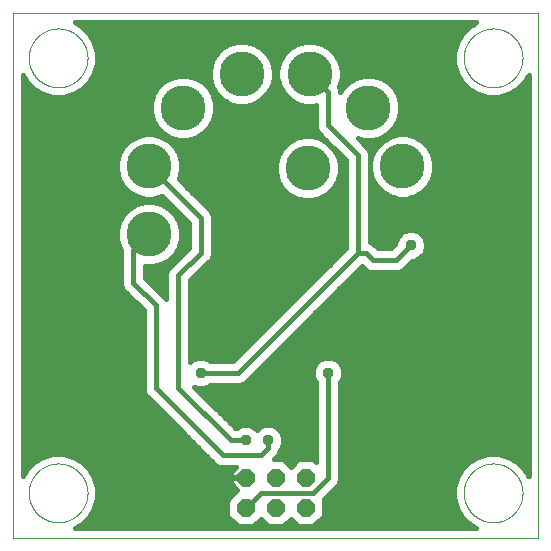
<source format=gbl>
G75*
%MOIN*%
%OFA0B0*%
%FSLAX25Y25*%
%IPPOS*%
%LPD*%
%AMOC8*
5,1,8,0,0,1.08239X$1,22.5*
%
%ADD10C,0.00000*%
%ADD11OC8,0.06000*%
%ADD12C,0.15000*%
%ADD13C,0.01600*%
%ADD14C,0.03762*%
D10*
X0001800Y0023933D02*
X0001800Y0198933D01*
X0176800Y0198933D01*
X0176800Y0023933D01*
X0001800Y0023933D01*
X0007000Y0038933D02*
X0007003Y0039174D01*
X0007012Y0039414D01*
X0007027Y0039654D01*
X0007047Y0039894D01*
X0007074Y0040133D01*
X0007106Y0040371D01*
X0007144Y0040608D01*
X0007188Y0040845D01*
X0007238Y0041080D01*
X0007294Y0041314D01*
X0007355Y0041547D01*
X0007422Y0041778D01*
X0007495Y0042007D01*
X0007573Y0042235D01*
X0007657Y0042460D01*
X0007746Y0042683D01*
X0007841Y0042904D01*
X0007941Y0043123D01*
X0008046Y0043339D01*
X0008157Y0043553D01*
X0008273Y0043763D01*
X0008394Y0043971D01*
X0008520Y0044176D01*
X0008652Y0044378D01*
X0008788Y0044576D01*
X0008929Y0044771D01*
X0009074Y0044962D01*
X0009224Y0045150D01*
X0009379Y0045334D01*
X0009539Y0045514D01*
X0009702Y0045690D01*
X0009870Y0045863D01*
X0010043Y0046031D01*
X0010219Y0046194D01*
X0010399Y0046354D01*
X0010583Y0046509D01*
X0010771Y0046659D01*
X0010962Y0046804D01*
X0011157Y0046945D01*
X0011355Y0047081D01*
X0011557Y0047213D01*
X0011762Y0047339D01*
X0011970Y0047460D01*
X0012180Y0047576D01*
X0012394Y0047687D01*
X0012610Y0047792D01*
X0012829Y0047892D01*
X0013050Y0047987D01*
X0013273Y0048076D01*
X0013498Y0048160D01*
X0013726Y0048238D01*
X0013955Y0048311D01*
X0014186Y0048378D01*
X0014419Y0048439D01*
X0014653Y0048495D01*
X0014888Y0048545D01*
X0015125Y0048589D01*
X0015362Y0048627D01*
X0015600Y0048659D01*
X0015839Y0048686D01*
X0016079Y0048706D01*
X0016319Y0048721D01*
X0016559Y0048730D01*
X0016800Y0048733D01*
X0017041Y0048730D01*
X0017281Y0048721D01*
X0017521Y0048706D01*
X0017761Y0048686D01*
X0018000Y0048659D01*
X0018238Y0048627D01*
X0018475Y0048589D01*
X0018712Y0048545D01*
X0018947Y0048495D01*
X0019181Y0048439D01*
X0019414Y0048378D01*
X0019645Y0048311D01*
X0019874Y0048238D01*
X0020102Y0048160D01*
X0020327Y0048076D01*
X0020550Y0047987D01*
X0020771Y0047892D01*
X0020990Y0047792D01*
X0021206Y0047687D01*
X0021420Y0047576D01*
X0021630Y0047460D01*
X0021838Y0047339D01*
X0022043Y0047213D01*
X0022245Y0047081D01*
X0022443Y0046945D01*
X0022638Y0046804D01*
X0022829Y0046659D01*
X0023017Y0046509D01*
X0023201Y0046354D01*
X0023381Y0046194D01*
X0023557Y0046031D01*
X0023730Y0045863D01*
X0023898Y0045690D01*
X0024061Y0045514D01*
X0024221Y0045334D01*
X0024376Y0045150D01*
X0024526Y0044962D01*
X0024671Y0044771D01*
X0024812Y0044576D01*
X0024948Y0044378D01*
X0025080Y0044176D01*
X0025206Y0043971D01*
X0025327Y0043763D01*
X0025443Y0043553D01*
X0025554Y0043339D01*
X0025659Y0043123D01*
X0025759Y0042904D01*
X0025854Y0042683D01*
X0025943Y0042460D01*
X0026027Y0042235D01*
X0026105Y0042007D01*
X0026178Y0041778D01*
X0026245Y0041547D01*
X0026306Y0041314D01*
X0026362Y0041080D01*
X0026412Y0040845D01*
X0026456Y0040608D01*
X0026494Y0040371D01*
X0026526Y0040133D01*
X0026553Y0039894D01*
X0026573Y0039654D01*
X0026588Y0039414D01*
X0026597Y0039174D01*
X0026600Y0038933D01*
X0026597Y0038692D01*
X0026588Y0038452D01*
X0026573Y0038212D01*
X0026553Y0037972D01*
X0026526Y0037733D01*
X0026494Y0037495D01*
X0026456Y0037258D01*
X0026412Y0037021D01*
X0026362Y0036786D01*
X0026306Y0036552D01*
X0026245Y0036319D01*
X0026178Y0036088D01*
X0026105Y0035859D01*
X0026027Y0035631D01*
X0025943Y0035406D01*
X0025854Y0035183D01*
X0025759Y0034962D01*
X0025659Y0034743D01*
X0025554Y0034527D01*
X0025443Y0034313D01*
X0025327Y0034103D01*
X0025206Y0033895D01*
X0025080Y0033690D01*
X0024948Y0033488D01*
X0024812Y0033290D01*
X0024671Y0033095D01*
X0024526Y0032904D01*
X0024376Y0032716D01*
X0024221Y0032532D01*
X0024061Y0032352D01*
X0023898Y0032176D01*
X0023730Y0032003D01*
X0023557Y0031835D01*
X0023381Y0031672D01*
X0023201Y0031512D01*
X0023017Y0031357D01*
X0022829Y0031207D01*
X0022638Y0031062D01*
X0022443Y0030921D01*
X0022245Y0030785D01*
X0022043Y0030653D01*
X0021838Y0030527D01*
X0021630Y0030406D01*
X0021420Y0030290D01*
X0021206Y0030179D01*
X0020990Y0030074D01*
X0020771Y0029974D01*
X0020550Y0029879D01*
X0020327Y0029790D01*
X0020102Y0029706D01*
X0019874Y0029628D01*
X0019645Y0029555D01*
X0019414Y0029488D01*
X0019181Y0029427D01*
X0018947Y0029371D01*
X0018712Y0029321D01*
X0018475Y0029277D01*
X0018238Y0029239D01*
X0018000Y0029207D01*
X0017761Y0029180D01*
X0017521Y0029160D01*
X0017281Y0029145D01*
X0017041Y0029136D01*
X0016800Y0029133D01*
X0016559Y0029136D01*
X0016319Y0029145D01*
X0016079Y0029160D01*
X0015839Y0029180D01*
X0015600Y0029207D01*
X0015362Y0029239D01*
X0015125Y0029277D01*
X0014888Y0029321D01*
X0014653Y0029371D01*
X0014419Y0029427D01*
X0014186Y0029488D01*
X0013955Y0029555D01*
X0013726Y0029628D01*
X0013498Y0029706D01*
X0013273Y0029790D01*
X0013050Y0029879D01*
X0012829Y0029974D01*
X0012610Y0030074D01*
X0012394Y0030179D01*
X0012180Y0030290D01*
X0011970Y0030406D01*
X0011762Y0030527D01*
X0011557Y0030653D01*
X0011355Y0030785D01*
X0011157Y0030921D01*
X0010962Y0031062D01*
X0010771Y0031207D01*
X0010583Y0031357D01*
X0010399Y0031512D01*
X0010219Y0031672D01*
X0010043Y0031835D01*
X0009870Y0032003D01*
X0009702Y0032176D01*
X0009539Y0032352D01*
X0009379Y0032532D01*
X0009224Y0032716D01*
X0009074Y0032904D01*
X0008929Y0033095D01*
X0008788Y0033290D01*
X0008652Y0033488D01*
X0008520Y0033690D01*
X0008394Y0033895D01*
X0008273Y0034103D01*
X0008157Y0034313D01*
X0008046Y0034527D01*
X0007941Y0034743D01*
X0007841Y0034962D01*
X0007746Y0035183D01*
X0007657Y0035406D01*
X0007573Y0035631D01*
X0007495Y0035859D01*
X0007422Y0036088D01*
X0007355Y0036319D01*
X0007294Y0036552D01*
X0007238Y0036786D01*
X0007188Y0037021D01*
X0007144Y0037258D01*
X0007106Y0037495D01*
X0007074Y0037733D01*
X0007047Y0037972D01*
X0007027Y0038212D01*
X0007012Y0038452D01*
X0007003Y0038692D01*
X0007000Y0038933D01*
X0007000Y0183933D02*
X0007003Y0184174D01*
X0007012Y0184414D01*
X0007027Y0184654D01*
X0007047Y0184894D01*
X0007074Y0185133D01*
X0007106Y0185371D01*
X0007144Y0185608D01*
X0007188Y0185845D01*
X0007238Y0186080D01*
X0007294Y0186314D01*
X0007355Y0186547D01*
X0007422Y0186778D01*
X0007495Y0187007D01*
X0007573Y0187235D01*
X0007657Y0187460D01*
X0007746Y0187683D01*
X0007841Y0187904D01*
X0007941Y0188123D01*
X0008046Y0188339D01*
X0008157Y0188553D01*
X0008273Y0188763D01*
X0008394Y0188971D01*
X0008520Y0189176D01*
X0008652Y0189378D01*
X0008788Y0189576D01*
X0008929Y0189771D01*
X0009074Y0189962D01*
X0009224Y0190150D01*
X0009379Y0190334D01*
X0009539Y0190514D01*
X0009702Y0190690D01*
X0009870Y0190863D01*
X0010043Y0191031D01*
X0010219Y0191194D01*
X0010399Y0191354D01*
X0010583Y0191509D01*
X0010771Y0191659D01*
X0010962Y0191804D01*
X0011157Y0191945D01*
X0011355Y0192081D01*
X0011557Y0192213D01*
X0011762Y0192339D01*
X0011970Y0192460D01*
X0012180Y0192576D01*
X0012394Y0192687D01*
X0012610Y0192792D01*
X0012829Y0192892D01*
X0013050Y0192987D01*
X0013273Y0193076D01*
X0013498Y0193160D01*
X0013726Y0193238D01*
X0013955Y0193311D01*
X0014186Y0193378D01*
X0014419Y0193439D01*
X0014653Y0193495D01*
X0014888Y0193545D01*
X0015125Y0193589D01*
X0015362Y0193627D01*
X0015600Y0193659D01*
X0015839Y0193686D01*
X0016079Y0193706D01*
X0016319Y0193721D01*
X0016559Y0193730D01*
X0016800Y0193733D01*
X0017041Y0193730D01*
X0017281Y0193721D01*
X0017521Y0193706D01*
X0017761Y0193686D01*
X0018000Y0193659D01*
X0018238Y0193627D01*
X0018475Y0193589D01*
X0018712Y0193545D01*
X0018947Y0193495D01*
X0019181Y0193439D01*
X0019414Y0193378D01*
X0019645Y0193311D01*
X0019874Y0193238D01*
X0020102Y0193160D01*
X0020327Y0193076D01*
X0020550Y0192987D01*
X0020771Y0192892D01*
X0020990Y0192792D01*
X0021206Y0192687D01*
X0021420Y0192576D01*
X0021630Y0192460D01*
X0021838Y0192339D01*
X0022043Y0192213D01*
X0022245Y0192081D01*
X0022443Y0191945D01*
X0022638Y0191804D01*
X0022829Y0191659D01*
X0023017Y0191509D01*
X0023201Y0191354D01*
X0023381Y0191194D01*
X0023557Y0191031D01*
X0023730Y0190863D01*
X0023898Y0190690D01*
X0024061Y0190514D01*
X0024221Y0190334D01*
X0024376Y0190150D01*
X0024526Y0189962D01*
X0024671Y0189771D01*
X0024812Y0189576D01*
X0024948Y0189378D01*
X0025080Y0189176D01*
X0025206Y0188971D01*
X0025327Y0188763D01*
X0025443Y0188553D01*
X0025554Y0188339D01*
X0025659Y0188123D01*
X0025759Y0187904D01*
X0025854Y0187683D01*
X0025943Y0187460D01*
X0026027Y0187235D01*
X0026105Y0187007D01*
X0026178Y0186778D01*
X0026245Y0186547D01*
X0026306Y0186314D01*
X0026362Y0186080D01*
X0026412Y0185845D01*
X0026456Y0185608D01*
X0026494Y0185371D01*
X0026526Y0185133D01*
X0026553Y0184894D01*
X0026573Y0184654D01*
X0026588Y0184414D01*
X0026597Y0184174D01*
X0026600Y0183933D01*
X0026597Y0183692D01*
X0026588Y0183452D01*
X0026573Y0183212D01*
X0026553Y0182972D01*
X0026526Y0182733D01*
X0026494Y0182495D01*
X0026456Y0182258D01*
X0026412Y0182021D01*
X0026362Y0181786D01*
X0026306Y0181552D01*
X0026245Y0181319D01*
X0026178Y0181088D01*
X0026105Y0180859D01*
X0026027Y0180631D01*
X0025943Y0180406D01*
X0025854Y0180183D01*
X0025759Y0179962D01*
X0025659Y0179743D01*
X0025554Y0179527D01*
X0025443Y0179313D01*
X0025327Y0179103D01*
X0025206Y0178895D01*
X0025080Y0178690D01*
X0024948Y0178488D01*
X0024812Y0178290D01*
X0024671Y0178095D01*
X0024526Y0177904D01*
X0024376Y0177716D01*
X0024221Y0177532D01*
X0024061Y0177352D01*
X0023898Y0177176D01*
X0023730Y0177003D01*
X0023557Y0176835D01*
X0023381Y0176672D01*
X0023201Y0176512D01*
X0023017Y0176357D01*
X0022829Y0176207D01*
X0022638Y0176062D01*
X0022443Y0175921D01*
X0022245Y0175785D01*
X0022043Y0175653D01*
X0021838Y0175527D01*
X0021630Y0175406D01*
X0021420Y0175290D01*
X0021206Y0175179D01*
X0020990Y0175074D01*
X0020771Y0174974D01*
X0020550Y0174879D01*
X0020327Y0174790D01*
X0020102Y0174706D01*
X0019874Y0174628D01*
X0019645Y0174555D01*
X0019414Y0174488D01*
X0019181Y0174427D01*
X0018947Y0174371D01*
X0018712Y0174321D01*
X0018475Y0174277D01*
X0018238Y0174239D01*
X0018000Y0174207D01*
X0017761Y0174180D01*
X0017521Y0174160D01*
X0017281Y0174145D01*
X0017041Y0174136D01*
X0016800Y0174133D01*
X0016559Y0174136D01*
X0016319Y0174145D01*
X0016079Y0174160D01*
X0015839Y0174180D01*
X0015600Y0174207D01*
X0015362Y0174239D01*
X0015125Y0174277D01*
X0014888Y0174321D01*
X0014653Y0174371D01*
X0014419Y0174427D01*
X0014186Y0174488D01*
X0013955Y0174555D01*
X0013726Y0174628D01*
X0013498Y0174706D01*
X0013273Y0174790D01*
X0013050Y0174879D01*
X0012829Y0174974D01*
X0012610Y0175074D01*
X0012394Y0175179D01*
X0012180Y0175290D01*
X0011970Y0175406D01*
X0011762Y0175527D01*
X0011557Y0175653D01*
X0011355Y0175785D01*
X0011157Y0175921D01*
X0010962Y0176062D01*
X0010771Y0176207D01*
X0010583Y0176357D01*
X0010399Y0176512D01*
X0010219Y0176672D01*
X0010043Y0176835D01*
X0009870Y0177003D01*
X0009702Y0177176D01*
X0009539Y0177352D01*
X0009379Y0177532D01*
X0009224Y0177716D01*
X0009074Y0177904D01*
X0008929Y0178095D01*
X0008788Y0178290D01*
X0008652Y0178488D01*
X0008520Y0178690D01*
X0008394Y0178895D01*
X0008273Y0179103D01*
X0008157Y0179313D01*
X0008046Y0179527D01*
X0007941Y0179743D01*
X0007841Y0179962D01*
X0007746Y0180183D01*
X0007657Y0180406D01*
X0007573Y0180631D01*
X0007495Y0180859D01*
X0007422Y0181088D01*
X0007355Y0181319D01*
X0007294Y0181552D01*
X0007238Y0181786D01*
X0007188Y0182021D01*
X0007144Y0182258D01*
X0007106Y0182495D01*
X0007074Y0182733D01*
X0007047Y0182972D01*
X0007027Y0183212D01*
X0007012Y0183452D01*
X0007003Y0183692D01*
X0007000Y0183933D01*
X0152000Y0183933D02*
X0152003Y0184174D01*
X0152012Y0184414D01*
X0152027Y0184654D01*
X0152047Y0184894D01*
X0152074Y0185133D01*
X0152106Y0185371D01*
X0152144Y0185608D01*
X0152188Y0185845D01*
X0152238Y0186080D01*
X0152294Y0186314D01*
X0152355Y0186547D01*
X0152422Y0186778D01*
X0152495Y0187007D01*
X0152573Y0187235D01*
X0152657Y0187460D01*
X0152746Y0187683D01*
X0152841Y0187904D01*
X0152941Y0188123D01*
X0153046Y0188339D01*
X0153157Y0188553D01*
X0153273Y0188763D01*
X0153394Y0188971D01*
X0153520Y0189176D01*
X0153652Y0189378D01*
X0153788Y0189576D01*
X0153929Y0189771D01*
X0154074Y0189962D01*
X0154224Y0190150D01*
X0154379Y0190334D01*
X0154539Y0190514D01*
X0154702Y0190690D01*
X0154870Y0190863D01*
X0155043Y0191031D01*
X0155219Y0191194D01*
X0155399Y0191354D01*
X0155583Y0191509D01*
X0155771Y0191659D01*
X0155962Y0191804D01*
X0156157Y0191945D01*
X0156355Y0192081D01*
X0156557Y0192213D01*
X0156762Y0192339D01*
X0156970Y0192460D01*
X0157180Y0192576D01*
X0157394Y0192687D01*
X0157610Y0192792D01*
X0157829Y0192892D01*
X0158050Y0192987D01*
X0158273Y0193076D01*
X0158498Y0193160D01*
X0158726Y0193238D01*
X0158955Y0193311D01*
X0159186Y0193378D01*
X0159419Y0193439D01*
X0159653Y0193495D01*
X0159888Y0193545D01*
X0160125Y0193589D01*
X0160362Y0193627D01*
X0160600Y0193659D01*
X0160839Y0193686D01*
X0161079Y0193706D01*
X0161319Y0193721D01*
X0161559Y0193730D01*
X0161800Y0193733D01*
X0162041Y0193730D01*
X0162281Y0193721D01*
X0162521Y0193706D01*
X0162761Y0193686D01*
X0163000Y0193659D01*
X0163238Y0193627D01*
X0163475Y0193589D01*
X0163712Y0193545D01*
X0163947Y0193495D01*
X0164181Y0193439D01*
X0164414Y0193378D01*
X0164645Y0193311D01*
X0164874Y0193238D01*
X0165102Y0193160D01*
X0165327Y0193076D01*
X0165550Y0192987D01*
X0165771Y0192892D01*
X0165990Y0192792D01*
X0166206Y0192687D01*
X0166420Y0192576D01*
X0166630Y0192460D01*
X0166838Y0192339D01*
X0167043Y0192213D01*
X0167245Y0192081D01*
X0167443Y0191945D01*
X0167638Y0191804D01*
X0167829Y0191659D01*
X0168017Y0191509D01*
X0168201Y0191354D01*
X0168381Y0191194D01*
X0168557Y0191031D01*
X0168730Y0190863D01*
X0168898Y0190690D01*
X0169061Y0190514D01*
X0169221Y0190334D01*
X0169376Y0190150D01*
X0169526Y0189962D01*
X0169671Y0189771D01*
X0169812Y0189576D01*
X0169948Y0189378D01*
X0170080Y0189176D01*
X0170206Y0188971D01*
X0170327Y0188763D01*
X0170443Y0188553D01*
X0170554Y0188339D01*
X0170659Y0188123D01*
X0170759Y0187904D01*
X0170854Y0187683D01*
X0170943Y0187460D01*
X0171027Y0187235D01*
X0171105Y0187007D01*
X0171178Y0186778D01*
X0171245Y0186547D01*
X0171306Y0186314D01*
X0171362Y0186080D01*
X0171412Y0185845D01*
X0171456Y0185608D01*
X0171494Y0185371D01*
X0171526Y0185133D01*
X0171553Y0184894D01*
X0171573Y0184654D01*
X0171588Y0184414D01*
X0171597Y0184174D01*
X0171600Y0183933D01*
X0171597Y0183692D01*
X0171588Y0183452D01*
X0171573Y0183212D01*
X0171553Y0182972D01*
X0171526Y0182733D01*
X0171494Y0182495D01*
X0171456Y0182258D01*
X0171412Y0182021D01*
X0171362Y0181786D01*
X0171306Y0181552D01*
X0171245Y0181319D01*
X0171178Y0181088D01*
X0171105Y0180859D01*
X0171027Y0180631D01*
X0170943Y0180406D01*
X0170854Y0180183D01*
X0170759Y0179962D01*
X0170659Y0179743D01*
X0170554Y0179527D01*
X0170443Y0179313D01*
X0170327Y0179103D01*
X0170206Y0178895D01*
X0170080Y0178690D01*
X0169948Y0178488D01*
X0169812Y0178290D01*
X0169671Y0178095D01*
X0169526Y0177904D01*
X0169376Y0177716D01*
X0169221Y0177532D01*
X0169061Y0177352D01*
X0168898Y0177176D01*
X0168730Y0177003D01*
X0168557Y0176835D01*
X0168381Y0176672D01*
X0168201Y0176512D01*
X0168017Y0176357D01*
X0167829Y0176207D01*
X0167638Y0176062D01*
X0167443Y0175921D01*
X0167245Y0175785D01*
X0167043Y0175653D01*
X0166838Y0175527D01*
X0166630Y0175406D01*
X0166420Y0175290D01*
X0166206Y0175179D01*
X0165990Y0175074D01*
X0165771Y0174974D01*
X0165550Y0174879D01*
X0165327Y0174790D01*
X0165102Y0174706D01*
X0164874Y0174628D01*
X0164645Y0174555D01*
X0164414Y0174488D01*
X0164181Y0174427D01*
X0163947Y0174371D01*
X0163712Y0174321D01*
X0163475Y0174277D01*
X0163238Y0174239D01*
X0163000Y0174207D01*
X0162761Y0174180D01*
X0162521Y0174160D01*
X0162281Y0174145D01*
X0162041Y0174136D01*
X0161800Y0174133D01*
X0161559Y0174136D01*
X0161319Y0174145D01*
X0161079Y0174160D01*
X0160839Y0174180D01*
X0160600Y0174207D01*
X0160362Y0174239D01*
X0160125Y0174277D01*
X0159888Y0174321D01*
X0159653Y0174371D01*
X0159419Y0174427D01*
X0159186Y0174488D01*
X0158955Y0174555D01*
X0158726Y0174628D01*
X0158498Y0174706D01*
X0158273Y0174790D01*
X0158050Y0174879D01*
X0157829Y0174974D01*
X0157610Y0175074D01*
X0157394Y0175179D01*
X0157180Y0175290D01*
X0156970Y0175406D01*
X0156762Y0175527D01*
X0156557Y0175653D01*
X0156355Y0175785D01*
X0156157Y0175921D01*
X0155962Y0176062D01*
X0155771Y0176207D01*
X0155583Y0176357D01*
X0155399Y0176512D01*
X0155219Y0176672D01*
X0155043Y0176835D01*
X0154870Y0177003D01*
X0154702Y0177176D01*
X0154539Y0177352D01*
X0154379Y0177532D01*
X0154224Y0177716D01*
X0154074Y0177904D01*
X0153929Y0178095D01*
X0153788Y0178290D01*
X0153652Y0178488D01*
X0153520Y0178690D01*
X0153394Y0178895D01*
X0153273Y0179103D01*
X0153157Y0179313D01*
X0153046Y0179527D01*
X0152941Y0179743D01*
X0152841Y0179962D01*
X0152746Y0180183D01*
X0152657Y0180406D01*
X0152573Y0180631D01*
X0152495Y0180859D01*
X0152422Y0181088D01*
X0152355Y0181319D01*
X0152294Y0181552D01*
X0152238Y0181786D01*
X0152188Y0182021D01*
X0152144Y0182258D01*
X0152106Y0182495D01*
X0152074Y0182733D01*
X0152047Y0182972D01*
X0152027Y0183212D01*
X0152012Y0183452D01*
X0152003Y0183692D01*
X0152000Y0183933D01*
X0152000Y0038933D02*
X0152003Y0039174D01*
X0152012Y0039414D01*
X0152027Y0039654D01*
X0152047Y0039894D01*
X0152074Y0040133D01*
X0152106Y0040371D01*
X0152144Y0040608D01*
X0152188Y0040845D01*
X0152238Y0041080D01*
X0152294Y0041314D01*
X0152355Y0041547D01*
X0152422Y0041778D01*
X0152495Y0042007D01*
X0152573Y0042235D01*
X0152657Y0042460D01*
X0152746Y0042683D01*
X0152841Y0042904D01*
X0152941Y0043123D01*
X0153046Y0043339D01*
X0153157Y0043553D01*
X0153273Y0043763D01*
X0153394Y0043971D01*
X0153520Y0044176D01*
X0153652Y0044378D01*
X0153788Y0044576D01*
X0153929Y0044771D01*
X0154074Y0044962D01*
X0154224Y0045150D01*
X0154379Y0045334D01*
X0154539Y0045514D01*
X0154702Y0045690D01*
X0154870Y0045863D01*
X0155043Y0046031D01*
X0155219Y0046194D01*
X0155399Y0046354D01*
X0155583Y0046509D01*
X0155771Y0046659D01*
X0155962Y0046804D01*
X0156157Y0046945D01*
X0156355Y0047081D01*
X0156557Y0047213D01*
X0156762Y0047339D01*
X0156970Y0047460D01*
X0157180Y0047576D01*
X0157394Y0047687D01*
X0157610Y0047792D01*
X0157829Y0047892D01*
X0158050Y0047987D01*
X0158273Y0048076D01*
X0158498Y0048160D01*
X0158726Y0048238D01*
X0158955Y0048311D01*
X0159186Y0048378D01*
X0159419Y0048439D01*
X0159653Y0048495D01*
X0159888Y0048545D01*
X0160125Y0048589D01*
X0160362Y0048627D01*
X0160600Y0048659D01*
X0160839Y0048686D01*
X0161079Y0048706D01*
X0161319Y0048721D01*
X0161559Y0048730D01*
X0161800Y0048733D01*
X0162041Y0048730D01*
X0162281Y0048721D01*
X0162521Y0048706D01*
X0162761Y0048686D01*
X0163000Y0048659D01*
X0163238Y0048627D01*
X0163475Y0048589D01*
X0163712Y0048545D01*
X0163947Y0048495D01*
X0164181Y0048439D01*
X0164414Y0048378D01*
X0164645Y0048311D01*
X0164874Y0048238D01*
X0165102Y0048160D01*
X0165327Y0048076D01*
X0165550Y0047987D01*
X0165771Y0047892D01*
X0165990Y0047792D01*
X0166206Y0047687D01*
X0166420Y0047576D01*
X0166630Y0047460D01*
X0166838Y0047339D01*
X0167043Y0047213D01*
X0167245Y0047081D01*
X0167443Y0046945D01*
X0167638Y0046804D01*
X0167829Y0046659D01*
X0168017Y0046509D01*
X0168201Y0046354D01*
X0168381Y0046194D01*
X0168557Y0046031D01*
X0168730Y0045863D01*
X0168898Y0045690D01*
X0169061Y0045514D01*
X0169221Y0045334D01*
X0169376Y0045150D01*
X0169526Y0044962D01*
X0169671Y0044771D01*
X0169812Y0044576D01*
X0169948Y0044378D01*
X0170080Y0044176D01*
X0170206Y0043971D01*
X0170327Y0043763D01*
X0170443Y0043553D01*
X0170554Y0043339D01*
X0170659Y0043123D01*
X0170759Y0042904D01*
X0170854Y0042683D01*
X0170943Y0042460D01*
X0171027Y0042235D01*
X0171105Y0042007D01*
X0171178Y0041778D01*
X0171245Y0041547D01*
X0171306Y0041314D01*
X0171362Y0041080D01*
X0171412Y0040845D01*
X0171456Y0040608D01*
X0171494Y0040371D01*
X0171526Y0040133D01*
X0171553Y0039894D01*
X0171573Y0039654D01*
X0171588Y0039414D01*
X0171597Y0039174D01*
X0171600Y0038933D01*
X0171597Y0038692D01*
X0171588Y0038452D01*
X0171573Y0038212D01*
X0171553Y0037972D01*
X0171526Y0037733D01*
X0171494Y0037495D01*
X0171456Y0037258D01*
X0171412Y0037021D01*
X0171362Y0036786D01*
X0171306Y0036552D01*
X0171245Y0036319D01*
X0171178Y0036088D01*
X0171105Y0035859D01*
X0171027Y0035631D01*
X0170943Y0035406D01*
X0170854Y0035183D01*
X0170759Y0034962D01*
X0170659Y0034743D01*
X0170554Y0034527D01*
X0170443Y0034313D01*
X0170327Y0034103D01*
X0170206Y0033895D01*
X0170080Y0033690D01*
X0169948Y0033488D01*
X0169812Y0033290D01*
X0169671Y0033095D01*
X0169526Y0032904D01*
X0169376Y0032716D01*
X0169221Y0032532D01*
X0169061Y0032352D01*
X0168898Y0032176D01*
X0168730Y0032003D01*
X0168557Y0031835D01*
X0168381Y0031672D01*
X0168201Y0031512D01*
X0168017Y0031357D01*
X0167829Y0031207D01*
X0167638Y0031062D01*
X0167443Y0030921D01*
X0167245Y0030785D01*
X0167043Y0030653D01*
X0166838Y0030527D01*
X0166630Y0030406D01*
X0166420Y0030290D01*
X0166206Y0030179D01*
X0165990Y0030074D01*
X0165771Y0029974D01*
X0165550Y0029879D01*
X0165327Y0029790D01*
X0165102Y0029706D01*
X0164874Y0029628D01*
X0164645Y0029555D01*
X0164414Y0029488D01*
X0164181Y0029427D01*
X0163947Y0029371D01*
X0163712Y0029321D01*
X0163475Y0029277D01*
X0163238Y0029239D01*
X0163000Y0029207D01*
X0162761Y0029180D01*
X0162521Y0029160D01*
X0162281Y0029145D01*
X0162041Y0029136D01*
X0161800Y0029133D01*
X0161559Y0029136D01*
X0161319Y0029145D01*
X0161079Y0029160D01*
X0160839Y0029180D01*
X0160600Y0029207D01*
X0160362Y0029239D01*
X0160125Y0029277D01*
X0159888Y0029321D01*
X0159653Y0029371D01*
X0159419Y0029427D01*
X0159186Y0029488D01*
X0158955Y0029555D01*
X0158726Y0029628D01*
X0158498Y0029706D01*
X0158273Y0029790D01*
X0158050Y0029879D01*
X0157829Y0029974D01*
X0157610Y0030074D01*
X0157394Y0030179D01*
X0157180Y0030290D01*
X0156970Y0030406D01*
X0156762Y0030527D01*
X0156557Y0030653D01*
X0156355Y0030785D01*
X0156157Y0030921D01*
X0155962Y0031062D01*
X0155771Y0031207D01*
X0155583Y0031357D01*
X0155399Y0031512D01*
X0155219Y0031672D01*
X0155043Y0031835D01*
X0154870Y0032003D01*
X0154702Y0032176D01*
X0154539Y0032352D01*
X0154379Y0032532D01*
X0154224Y0032716D01*
X0154074Y0032904D01*
X0153929Y0033095D01*
X0153788Y0033290D01*
X0153652Y0033488D01*
X0153520Y0033690D01*
X0153394Y0033895D01*
X0153273Y0034103D01*
X0153157Y0034313D01*
X0153046Y0034527D01*
X0152941Y0034743D01*
X0152841Y0034962D01*
X0152746Y0035183D01*
X0152657Y0035406D01*
X0152573Y0035631D01*
X0152495Y0035859D01*
X0152422Y0036088D01*
X0152355Y0036319D01*
X0152294Y0036552D01*
X0152238Y0036786D01*
X0152188Y0037021D01*
X0152144Y0037258D01*
X0152106Y0037495D01*
X0152074Y0037733D01*
X0152047Y0037972D01*
X0152027Y0038212D01*
X0152012Y0038452D01*
X0152003Y0038692D01*
X0152000Y0038933D01*
D11*
X0099300Y0033933D03*
X0089300Y0033933D03*
X0079300Y0033933D03*
X0079300Y0043933D03*
X0089300Y0043933D03*
X0099300Y0043933D03*
D12*
X0047090Y0125123D03*
X0047090Y0147743D03*
X0058400Y0167333D03*
X0077990Y0178643D03*
X0100610Y0178643D03*
X0120200Y0167333D03*
X0131510Y0147743D03*
X0100010Y0147143D03*
D13*
X0092746Y0155011D02*
X0054954Y0155011D01*
X0055652Y0154313D02*
X0053660Y0156305D01*
X0051220Y0157714D01*
X0048499Y0158443D01*
X0045681Y0158443D01*
X0042960Y0157714D01*
X0040520Y0156305D01*
X0038528Y0154313D01*
X0037119Y0151873D01*
X0036390Y0149152D01*
X0036390Y0146334D01*
X0037119Y0143613D01*
X0038528Y0141173D01*
X0040520Y0139181D01*
X0042960Y0137772D01*
X0045681Y0137043D01*
X0048499Y0137043D01*
X0051220Y0137772D01*
X0051337Y0137840D01*
X0060300Y0128876D01*
X0060300Y0120590D01*
X0053409Y0113699D01*
X0052800Y0112229D01*
X0052800Y0103436D01*
X0052691Y0103699D01*
X0045800Y0110590D01*
X0045800Y0114423D01*
X0048499Y0114423D01*
X0051220Y0115152D01*
X0053660Y0116561D01*
X0055652Y0118553D01*
X0057061Y0120993D01*
X0057790Y0123714D01*
X0057790Y0126532D01*
X0057061Y0129253D01*
X0055652Y0131693D01*
X0053660Y0133685D01*
X0051220Y0135094D01*
X0048499Y0135823D01*
X0045681Y0135823D01*
X0042960Y0135094D01*
X0040520Y0133685D01*
X0038528Y0131693D01*
X0037119Y0129253D01*
X0036390Y0126532D01*
X0036390Y0123714D01*
X0037119Y0120993D01*
X0037800Y0119814D01*
X0037800Y0108137D01*
X0038409Y0106667D01*
X0039534Y0105542D01*
X0045300Y0099776D01*
X0045300Y0073137D01*
X0045909Y0071667D01*
X0047034Y0070542D01*
X0069534Y0048042D01*
X0071004Y0047433D01*
X0076012Y0047433D01*
X0074500Y0045921D01*
X0074500Y0044133D01*
X0079100Y0044133D01*
X0079100Y0043733D01*
X0074500Y0043733D01*
X0074500Y0041945D01*
X0076522Y0039923D01*
X0073100Y0036501D01*
X0073100Y0031365D01*
X0076732Y0027733D01*
X0081868Y0027733D01*
X0084300Y0030165D01*
X0086732Y0027733D01*
X0091868Y0027733D01*
X0094300Y0030165D01*
X0096732Y0027733D01*
X0101868Y0027733D01*
X0105500Y0031365D01*
X0105500Y0036501D01*
X0105262Y0036739D01*
X0109066Y0040542D01*
X0110191Y0041667D01*
X0110800Y0043137D01*
X0110800Y0075747D01*
X0111108Y0076055D01*
X0111881Y0077922D01*
X0111881Y0079944D01*
X0111108Y0081811D01*
X0109678Y0083241D01*
X0107811Y0084014D01*
X0105789Y0084014D01*
X0103922Y0083241D01*
X0102492Y0081811D01*
X0101719Y0079944D01*
X0101719Y0077922D01*
X0102492Y0076055D01*
X0102800Y0075747D01*
X0102800Y0049201D01*
X0101868Y0050133D01*
X0096732Y0050133D01*
X0094300Y0047701D01*
X0091868Y0050133D01*
X0088657Y0050133D01*
X0090191Y0051667D01*
X0090800Y0053137D01*
X0090800Y0053247D01*
X0091108Y0053555D01*
X0091881Y0055422D01*
X0091881Y0057444D01*
X0091108Y0059311D01*
X0089678Y0060741D01*
X0087811Y0061514D01*
X0085789Y0061514D01*
X0083922Y0060741D01*
X0083050Y0059869D01*
X0082178Y0060741D01*
X0080311Y0061514D01*
X0078289Y0061514D01*
X0076422Y0060741D01*
X0076114Y0060433D01*
X0075957Y0060433D01*
X0062007Y0074383D01*
X0063289Y0073852D01*
X0065311Y0073852D01*
X0067178Y0074626D01*
X0067486Y0074933D01*
X0077596Y0074933D01*
X0079066Y0075542D01*
X0118050Y0114526D01*
X0118409Y0114167D01*
X0119534Y0113042D01*
X0121004Y0112433D01*
X0130096Y0112433D01*
X0131566Y0113042D01*
X0134876Y0116352D01*
X0135311Y0116352D01*
X0137178Y0117126D01*
X0138608Y0118555D01*
X0139381Y0120422D01*
X0139381Y0122444D01*
X0138608Y0124311D01*
X0137178Y0125741D01*
X0135311Y0126514D01*
X0133289Y0126514D01*
X0131422Y0125741D01*
X0129992Y0124311D01*
X0129219Y0122444D01*
X0129219Y0122009D01*
X0127643Y0120433D01*
X0123457Y0120433D01*
X0121566Y0122324D01*
X0120800Y0122641D01*
X0120800Y0152229D01*
X0120191Y0153699D01*
X0116695Y0157195D01*
X0118791Y0156633D01*
X0121609Y0156633D01*
X0124330Y0157362D01*
X0126770Y0158771D01*
X0128762Y0160763D01*
X0130171Y0163203D01*
X0130900Y0165924D01*
X0130900Y0168742D01*
X0130171Y0171463D01*
X0128762Y0173903D01*
X0126770Y0175895D01*
X0124330Y0177304D01*
X0121609Y0178033D01*
X0118791Y0178033D01*
X0116070Y0177304D01*
X0113630Y0175895D01*
X0111638Y0173903D01*
X0110800Y0172452D01*
X0110800Y0173249D01*
X0110404Y0174206D01*
X0110581Y0174513D01*
X0111310Y0177234D01*
X0111310Y0180052D01*
X0110581Y0182773D01*
X0109172Y0185213D01*
X0107180Y0187205D01*
X0104740Y0188614D01*
X0102019Y0189343D01*
X0099201Y0189343D01*
X0096480Y0188614D01*
X0094040Y0187205D01*
X0092048Y0185213D01*
X0090639Y0182773D01*
X0089910Y0180052D01*
X0089910Y0177234D01*
X0090639Y0174513D01*
X0092048Y0172073D01*
X0094040Y0170081D01*
X0096480Y0168672D01*
X0099201Y0167943D01*
X0102019Y0167943D01*
X0102800Y0168152D01*
X0102800Y0160637D01*
X0103409Y0159167D01*
X0104534Y0158042D01*
X0112800Y0149776D01*
X0112800Y0120590D01*
X0075143Y0082933D01*
X0067486Y0082933D01*
X0067178Y0083241D01*
X0065311Y0084014D01*
X0063289Y0084014D01*
X0061422Y0083241D01*
X0060800Y0082619D01*
X0060800Y0109776D01*
X0066566Y0115542D01*
X0067691Y0116667D01*
X0068300Y0118137D01*
X0068300Y0131329D01*
X0067691Y0132799D01*
X0056993Y0143496D01*
X0057061Y0143613D01*
X0057790Y0146334D01*
X0057790Y0149152D01*
X0057061Y0151873D01*
X0055652Y0154313D01*
X0056172Y0153412D02*
X0091274Y0153412D01*
X0091448Y0153713D02*
X0090039Y0151273D01*
X0089310Y0148552D01*
X0089310Y0145734D01*
X0090039Y0143013D01*
X0091448Y0140573D01*
X0093440Y0138581D01*
X0095880Y0137172D01*
X0098601Y0136443D01*
X0101419Y0136443D01*
X0104140Y0137172D01*
X0106580Y0138581D01*
X0108572Y0140573D01*
X0109981Y0143013D01*
X0110710Y0145734D01*
X0110710Y0148552D01*
X0109981Y0151273D01*
X0108572Y0153713D01*
X0106580Y0155705D01*
X0104140Y0157114D01*
X0101419Y0157843D01*
X0098601Y0157843D01*
X0095880Y0157114D01*
X0093440Y0155705D01*
X0091448Y0153713D01*
X0090351Y0151814D02*
X0057077Y0151814D01*
X0057505Y0150215D02*
X0089756Y0150215D01*
X0089327Y0148617D02*
X0057790Y0148617D01*
X0057790Y0147018D02*
X0089310Y0147018D01*
X0089394Y0145420D02*
X0057545Y0145420D01*
X0057117Y0143821D02*
X0089823Y0143821D01*
X0090495Y0142223D02*
X0058267Y0142223D01*
X0059866Y0140624D02*
X0091418Y0140624D01*
X0092995Y0139026D02*
X0061464Y0139026D01*
X0063063Y0137427D02*
X0095438Y0137427D01*
X0104582Y0137427D02*
X0112800Y0137427D01*
X0112800Y0135829D02*
X0064661Y0135829D01*
X0066260Y0134230D02*
X0112800Y0134230D01*
X0112800Y0132632D02*
X0067760Y0132632D01*
X0068300Y0131033D02*
X0112800Y0131033D01*
X0112800Y0129435D02*
X0068300Y0129435D01*
X0068300Y0127836D02*
X0112800Y0127836D01*
X0112800Y0126238D02*
X0068300Y0126238D01*
X0068300Y0124639D02*
X0112800Y0124639D01*
X0112800Y0123041D02*
X0068300Y0123041D01*
X0068300Y0121442D02*
X0112800Y0121442D01*
X0112054Y0119844D02*
X0068300Y0119844D01*
X0068300Y0118245D02*
X0110455Y0118245D01*
X0108857Y0116647D02*
X0067671Y0116647D01*
X0066072Y0115048D02*
X0107258Y0115048D01*
X0105660Y0113450D02*
X0064473Y0113450D01*
X0062875Y0111851D02*
X0104061Y0111851D01*
X0102463Y0110253D02*
X0061276Y0110253D01*
X0060800Y0108654D02*
X0100864Y0108654D01*
X0099266Y0107056D02*
X0060800Y0107056D01*
X0060800Y0105457D02*
X0097667Y0105457D01*
X0096069Y0103859D02*
X0060800Y0103859D01*
X0060800Y0102260D02*
X0094470Y0102260D01*
X0092872Y0100662D02*
X0060800Y0100662D01*
X0060800Y0099063D02*
X0091273Y0099063D01*
X0089675Y0097465D02*
X0060800Y0097465D01*
X0060800Y0095866D02*
X0088076Y0095866D01*
X0086478Y0094268D02*
X0060800Y0094268D01*
X0060800Y0092669D02*
X0084879Y0092669D01*
X0083281Y0091071D02*
X0060800Y0091071D01*
X0060800Y0089472D02*
X0081682Y0089472D01*
X0080084Y0087874D02*
X0060800Y0087874D01*
X0060800Y0086275D02*
X0078485Y0086275D01*
X0076887Y0084677D02*
X0060800Y0084677D01*
X0060800Y0083078D02*
X0061259Y0083078D01*
X0064300Y0078933D02*
X0076800Y0078933D01*
X0116800Y0118933D01*
X0119300Y0118933D01*
X0121800Y0116433D01*
X0129300Y0116433D01*
X0134300Y0121433D01*
X0139381Y0121442D02*
X0173600Y0121442D01*
X0173600Y0119844D02*
X0139141Y0119844D01*
X0138298Y0118245D02*
X0173600Y0118245D01*
X0173600Y0116647D02*
X0136022Y0116647D01*
X0133572Y0115048D02*
X0173600Y0115048D01*
X0173600Y0113450D02*
X0131973Y0113450D01*
X0128652Y0121442D02*
X0122448Y0121442D01*
X0120800Y0123041D02*
X0129466Y0123041D01*
X0130320Y0124639D02*
X0120800Y0124639D01*
X0120800Y0126238D02*
X0132622Y0126238D01*
X0135978Y0126238D02*
X0173600Y0126238D01*
X0173600Y0127836D02*
X0120800Y0127836D01*
X0120800Y0129435D02*
X0173600Y0129435D01*
X0173600Y0131033D02*
X0120800Y0131033D01*
X0120800Y0132632D02*
X0173600Y0132632D01*
X0173600Y0134230D02*
X0120800Y0134230D01*
X0120800Y0135829D02*
X0173600Y0135829D01*
X0173600Y0137427D02*
X0134353Y0137427D01*
X0135640Y0137772D02*
X0138080Y0139181D01*
X0140072Y0141173D01*
X0141481Y0143613D01*
X0142210Y0146334D01*
X0142210Y0149152D01*
X0141481Y0151873D01*
X0140072Y0154313D01*
X0138080Y0156305D01*
X0135640Y0157714D01*
X0132919Y0158443D01*
X0130101Y0158443D01*
X0127380Y0157714D01*
X0124940Y0156305D01*
X0122948Y0154313D01*
X0121539Y0151873D01*
X0120810Y0149152D01*
X0120810Y0146334D01*
X0121539Y0143613D01*
X0122948Y0141173D01*
X0124940Y0139181D01*
X0127380Y0137772D01*
X0130101Y0137043D01*
X0132919Y0137043D01*
X0135640Y0137772D01*
X0137811Y0139026D02*
X0173600Y0139026D01*
X0173600Y0140624D02*
X0139523Y0140624D01*
X0140678Y0142223D02*
X0173600Y0142223D01*
X0173600Y0143821D02*
X0141537Y0143821D01*
X0141965Y0145420D02*
X0173600Y0145420D01*
X0173600Y0147018D02*
X0142210Y0147018D01*
X0142210Y0148617D02*
X0173600Y0148617D01*
X0173600Y0150215D02*
X0141925Y0150215D01*
X0141497Y0151814D02*
X0173600Y0151814D01*
X0173600Y0153412D02*
X0140592Y0153412D01*
X0139374Y0155011D02*
X0173600Y0155011D01*
X0173600Y0156610D02*
X0137553Y0156610D01*
X0133796Y0158208D02*
X0173600Y0158208D01*
X0173600Y0159807D02*
X0127806Y0159807D01*
X0129133Y0161405D02*
X0173600Y0161405D01*
X0173600Y0163004D02*
X0130056Y0163004D01*
X0130546Y0164602D02*
X0173600Y0164602D01*
X0173600Y0166201D02*
X0130900Y0166201D01*
X0130900Y0167799D02*
X0173600Y0167799D01*
X0173600Y0169398D02*
X0130724Y0169398D01*
X0130296Y0170996D02*
X0159853Y0170996D01*
X0160089Y0170933D02*
X0163511Y0170933D01*
X0166818Y0171819D01*
X0169782Y0173530D01*
X0172203Y0175951D01*
X0173600Y0178371D01*
X0173600Y0044495D01*
X0172203Y0046915D01*
X0169782Y0049336D01*
X0166818Y0051047D01*
X0163511Y0051933D01*
X0160089Y0051933D01*
X0156782Y0051047D01*
X0153818Y0049336D01*
X0151397Y0046915D01*
X0149686Y0043951D01*
X0148800Y0040645D01*
X0148800Y0037222D01*
X0149686Y0033915D01*
X0151397Y0030951D01*
X0153818Y0028530D01*
X0156238Y0027133D01*
X0022362Y0027133D01*
X0024782Y0028530D01*
X0027203Y0030951D01*
X0028914Y0033915D01*
X0029800Y0037222D01*
X0029800Y0040645D01*
X0028914Y0043951D01*
X0027203Y0046915D01*
X0024782Y0049336D01*
X0021818Y0051047D01*
X0018511Y0051933D01*
X0015089Y0051933D01*
X0011782Y0051047D01*
X0008818Y0049336D01*
X0006397Y0046915D01*
X0005000Y0044495D01*
X0005000Y0178371D01*
X0006397Y0175951D01*
X0008818Y0173530D01*
X0011782Y0171819D01*
X0015089Y0170933D01*
X0018511Y0170933D01*
X0021818Y0171819D01*
X0024782Y0173530D01*
X0027203Y0175951D01*
X0028914Y0178915D01*
X0029800Y0182222D01*
X0029800Y0185645D01*
X0028914Y0188951D01*
X0027203Y0191915D01*
X0024782Y0194336D01*
X0022362Y0195733D01*
X0156238Y0195733D01*
X0153818Y0194336D01*
X0151397Y0191915D01*
X0149686Y0188951D01*
X0148800Y0185645D01*
X0148800Y0182222D01*
X0149686Y0178915D01*
X0151397Y0175951D01*
X0153818Y0173530D01*
X0156782Y0171819D01*
X0160089Y0170933D01*
X0163747Y0170996D02*
X0173600Y0170996D01*
X0173600Y0172595D02*
X0168161Y0172595D01*
X0170445Y0174193D02*
X0173600Y0174193D01*
X0173600Y0175792D02*
X0172043Y0175792D01*
X0173034Y0177390D02*
X0173600Y0177390D01*
X0155439Y0172595D02*
X0129518Y0172595D01*
X0128472Y0174193D02*
X0153155Y0174193D01*
X0151557Y0175792D02*
X0126873Y0175792D01*
X0124008Y0177390D02*
X0150566Y0177390D01*
X0149666Y0178989D02*
X0111310Y0178989D01*
X0111310Y0177390D02*
X0116392Y0177390D01*
X0113527Y0175792D02*
X0110923Y0175792D01*
X0110409Y0174193D02*
X0111928Y0174193D01*
X0110882Y0172595D02*
X0110800Y0172595D01*
X0106800Y0172453D02*
X0100610Y0178643D01*
X0106800Y0172453D02*
X0106800Y0161433D01*
X0116800Y0151433D01*
X0116800Y0118933D01*
X0118409Y0114167D02*
X0118409Y0114167D01*
X0119127Y0113450D02*
X0116973Y0113450D01*
X0115375Y0111851D02*
X0173600Y0111851D01*
X0173600Y0110253D02*
X0113776Y0110253D01*
X0112178Y0108654D02*
X0173600Y0108654D01*
X0173600Y0107056D02*
X0110579Y0107056D01*
X0108981Y0105457D02*
X0173600Y0105457D01*
X0173600Y0103859D02*
X0107382Y0103859D01*
X0105784Y0102260D02*
X0173600Y0102260D01*
X0173600Y0100662D02*
X0104185Y0100662D01*
X0102587Y0099063D02*
X0173600Y0099063D01*
X0173600Y0097465D02*
X0100988Y0097465D01*
X0099390Y0095866D02*
X0173600Y0095866D01*
X0173600Y0094268D02*
X0097791Y0094268D01*
X0096193Y0092669D02*
X0173600Y0092669D01*
X0173600Y0091071D02*
X0094594Y0091071D01*
X0092996Y0089472D02*
X0173600Y0089472D01*
X0173600Y0087874D02*
X0091397Y0087874D01*
X0089799Y0086275D02*
X0173600Y0086275D01*
X0173600Y0084677D02*
X0088200Y0084677D01*
X0086602Y0083078D02*
X0103759Y0083078D01*
X0102355Y0081479D02*
X0085003Y0081479D01*
X0083405Y0079881D02*
X0101719Y0079881D01*
X0101719Y0078282D02*
X0081806Y0078282D01*
X0080208Y0076684D02*
X0102232Y0076684D01*
X0102800Y0075085D02*
X0077963Y0075085D01*
X0075288Y0083078D02*
X0067341Y0083078D01*
X0062903Y0073487D02*
X0102800Y0073487D01*
X0102800Y0071888D02*
X0064502Y0071888D01*
X0066100Y0070290D02*
X0102800Y0070290D01*
X0102800Y0068691D02*
X0067699Y0068691D01*
X0069297Y0067093D02*
X0102800Y0067093D01*
X0102800Y0065494D02*
X0070896Y0065494D01*
X0072494Y0063896D02*
X0102800Y0063896D01*
X0102800Y0062297D02*
X0074093Y0062297D01*
X0075691Y0060699D02*
X0076380Y0060699D01*
X0074300Y0056433D02*
X0056800Y0073933D01*
X0056800Y0111433D01*
X0064300Y0118933D01*
X0064300Y0130533D01*
X0047090Y0147743D01*
X0039226Y0155011D02*
X0005000Y0155011D01*
X0005000Y0153412D02*
X0038008Y0153412D01*
X0037103Y0151814D02*
X0005000Y0151814D01*
X0005000Y0150215D02*
X0036675Y0150215D01*
X0036390Y0148617D02*
X0005000Y0148617D01*
X0005000Y0147018D02*
X0036390Y0147018D01*
X0036635Y0145420D02*
X0005000Y0145420D01*
X0005000Y0143821D02*
X0037063Y0143821D01*
X0037922Y0142223D02*
X0005000Y0142223D01*
X0005000Y0140624D02*
X0039077Y0140624D01*
X0040789Y0139026D02*
X0005000Y0139026D01*
X0005000Y0137427D02*
X0044247Y0137427D01*
X0041464Y0134230D02*
X0005000Y0134230D01*
X0005000Y0132632D02*
X0039467Y0132632D01*
X0038147Y0131033D02*
X0005000Y0131033D01*
X0005000Y0129435D02*
X0037224Y0129435D01*
X0036740Y0127836D02*
X0005000Y0127836D01*
X0005000Y0126238D02*
X0036390Y0126238D01*
X0036390Y0124639D02*
X0005000Y0124639D01*
X0005000Y0123041D02*
X0036570Y0123041D01*
X0036999Y0121442D02*
X0005000Y0121442D01*
X0005000Y0119844D02*
X0037783Y0119844D01*
X0037800Y0118245D02*
X0005000Y0118245D01*
X0005000Y0116647D02*
X0037800Y0116647D01*
X0037800Y0115048D02*
X0005000Y0115048D01*
X0005000Y0113450D02*
X0037800Y0113450D01*
X0037800Y0111851D02*
X0005000Y0111851D01*
X0005000Y0110253D02*
X0037800Y0110253D01*
X0037800Y0108654D02*
X0005000Y0108654D01*
X0005000Y0107056D02*
X0038248Y0107056D01*
X0039619Y0105457D02*
X0005000Y0105457D01*
X0005000Y0103859D02*
X0041218Y0103859D01*
X0042816Y0102260D02*
X0005000Y0102260D01*
X0005000Y0100662D02*
X0044415Y0100662D01*
X0045300Y0099063D02*
X0005000Y0099063D01*
X0005000Y0097465D02*
X0045300Y0097465D01*
X0045300Y0095866D02*
X0005000Y0095866D01*
X0005000Y0094268D02*
X0045300Y0094268D01*
X0045300Y0092669D02*
X0005000Y0092669D01*
X0005000Y0091071D02*
X0045300Y0091071D01*
X0045300Y0089472D02*
X0005000Y0089472D01*
X0005000Y0087874D02*
X0045300Y0087874D01*
X0045300Y0086275D02*
X0005000Y0086275D01*
X0005000Y0084677D02*
X0045300Y0084677D01*
X0045300Y0083078D02*
X0005000Y0083078D01*
X0005000Y0081479D02*
X0045300Y0081479D01*
X0045300Y0079881D02*
X0005000Y0079881D01*
X0005000Y0078282D02*
X0045300Y0078282D01*
X0045300Y0076684D02*
X0005000Y0076684D01*
X0005000Y0075085D02*
X0045300Y0075085D01*
X0045300Y0073487D02*
X0005000Y0073487D01*
X0005000Y0071888D02*
X0045817Y0071888D01*
X0047286Y0070290D02*
X0005000Y0070290D01*
X0005000Y0068691D02*
X0048885Y0068691D01*
X0050483Y0067093D02*
X0005000Y0067093D01*
X0005000Y0065494D02*
X0052082Y0065494D01*
X0053680Y0063896D02*
X0005000Y0063896D01*
X0005000Y0062297D02*
X0055279Y0062297D01*
X0056877Y0060699D02*
X0005000Y0060699D01*
X0005000Y0059100D02*
X0058476Y0059100D01*
X0060074Y0057502D02*
X0005000Y0057502D01*
X0005000Y0055903D02*
X0061673Y0055903D01*
X0063271Y0054305D02*
X0005000Y0054305D01*
X0005000Y0052706D02*
X0064870Y0052706D01*
X0066468Y0051108D02*
X0021592Y0051108D01*
X0024482Y0049509D02*
X0068067Y0049509D01*
X0069851Y0047911D02*
X0026207Y0047911D01*
X0027551Y0046312D02*
X0074891Y0046312D01*
X0074500Y0044714D02*
X0028474Y0044714D01*
X0029138Y0043115D02*
X0074500Y0043115D01*
X0074928Y0041517D02*
X0029566Y0041517D01*
X0029800Y0039918D02*
X0076517Y0039918D01*
X0074919Y0038320D02*
X0029800Y0038320D01*
X0029666Y0036721D02*
X0073320Y0036721D01*
X0073100Y0035123D02*
X0029238Y0035123D01*
X0028688Y0033524D02*
X0073100Y0033524D01*
X0073100Y0031926D02*
X0027765Y0031926D01*
X0026579Y0030327D02*
X0074138Y0030327D01*
X0075736Y0028729D02*
X0024980Y0028729D01*
X0007393Y0047911D02*
X0005000Y0047911D01*
X0005000Y0049509D02*
X0009118Y0049509D01*
X0012008Y0051108D02*
X0005000Y0051108D01*
X0005000Y0046312D02*
X0006049Y0046312D01*
X0005126Y0044714D02*
X0005000Y0044714D01*
X0049300Y0073933D02*
X0049300Y0101433D01*
X0041800Y0108933D01*
X0041800Y0119833D01*
X0047090Y0125123D01*
X0056397Y0119844D02*
X0059554Y0119844D01*
X0060300Y0121442D02*
X0057181Y0121442D01*
X0057609Y0123041D02*
X0060300Y0123041D01*
X0060300Y0124639D02*
X0057790Y0124639D01*
X0057790Y0126238D02*
X0060300Y0126238D01*
X0060300Y0127836D02*
X0057440Y0127836D01*
X0056956Y0129435D02*
X0059741Y0129435D01*
X0058143Y0131033D02*
X0056033Y0131033D01*
X0056544Y0132632D02*
X0054713Y0132632D01*
X0054946Y0134230D02*
X0052716Y0134230D01*
X0053347Y0135829D02*
X0005000Y0135829D01*
X0005000Y0156610D02*
X0041047Y0156610D01*
X0044804Y0158208D02*
X0005000Y0158208D01*
X0005000Y0159807D02*
X0050794Y0159807D01*
X0049838Y0160763D02*
X0051830Y0158771D01*
X0054270Y0157362D01*
X0056991Y0156633D01*
X0059809Y0156633D01*
X0062530Y0157362D01*
X0064970Y0158771D01*
X0066962Y0160763D01*
X0068371Y0163203D01*
X0069100Y0165924D01*
X0069100Y0168742D01*
X0068371Y0171463D01*
X0066962Y0173903D01*
X0064970Y0175895D01*
X0062530Y0177304D01*
X0059809Y0178033D01*
X0056991Y0178033D01*
X0054270Y0177304D01*
X0051830Y0175895D01*
X0049838Y0173903D01*
X0048429Y0171463D01*
X0047700Y0168742D01*
X0047700Y0165924D01*
X0048429Y0163203D01*
X0049838Y0160763D01*
X0049467Y0161405D02*
X0005000Y0161405D01*
X0005000Y0163004D02*
X0048544Y0163004D01*
X0048054Y0164602D02*
X0005000Y0164602D01*
X0005000Y0166201D02*
X0047700Y0166201D01*
X0047700Y0167799D02*
X0005000Y0167799D01*
X0005000Y0169398D02*
X0047876Y0169398D01*
X0048304Y0170996D02*
X0018747Y0170996D01*
X0014853Y0170996D02*
X0005000Y0170996D01*
X0005000Y0172595D02*
X0010439Y0172595D01*
X0008155Y0174193D02*
X0005000Y0174193D01*
X0005000Y0175792D02*
X0006557Y0175792D01*
X0005566Y0177390D02*
X0005000Y0177390D01*
X0023161Y0172595D02*
X0049082Y0172595D01*
X0050128Y0174193D02*
X0025445Y0174193D01*
X0027043Y0175792D02*
X0051727Y0175792D01*
X0054592Y0177390D02*
X0028034Y0177390D01*
X0028934Y0178989D02*
X0067290Y0178989D01*
X0067290Y0180052D02*
X0067290Y0177234D01*
X0068019Y0174513D01*
X0069428Y0172073D01*
X0071420Y0170081D01*
X0073860Y0168672D01*
X0076581Y0167943D01*
X0079399Y0167943D01*
X0082120Y0168672D01*
X0084560Y0170081D01*
X0086552Y0172073D01*
X0087961Y0174513D01*
X0088690Y0177234D01*
X0088690Y0180052D01*
X0087961Y0182773D01*
X0086552Y0185213D01*
X0084560Y0187205D01*
X0082120Y0188614D01*
X0079399Y0189343D01*
X0076581Y0189343D01*
X0073860Y0188614D01*
X0071420Y0187205D01*
X0069428Y0185213D01*
X0068019Y0182773D01*
X0067290Y0180052D01*
X0067433Y0180587D02*
X0029362Y0180587D01*
X0029790Y0182186D02*
X0067862Y0182186D01*
X0068603Y0183784D02*
X0029800Y0183784D01*
X0029800Y0185383D02*
X0069598Y0185383D01*
X0071196Y0186981D02*
X0029442Y0186981D01*
X0029014Y0188580D02*
X0073801Y0188580D01*
X0082179Y0188580D02*
X0096421Y0188580D01*
X0093816Y0186981D02*
X0084784Y0186981D01*
X0086382Y0185383D02*
X0092218Y0185383D01*
X0091223Y0183784D02*
X0087377Y0183784D01*
X0088118Y0182186D02*
X0090482Y0182186D01*
X0090053Y0180587D02*
X0088547Y0180587D01*
X0088690Y0178989D02*
X0089910Y0178989D01*
X0089910Y0177390D02*
X0088690Y0177390D01*
X0088303Y0175792D02*
X0090297Y0175792D01*
X0090824Y0174193D02*
X0087776Y0174193D01*
X0086853Y0172595D02*
X0091747Y0172595D01*
X0093125Y0170996D02*
X0085475Y0170996D01*
X0083376Y0169398D02*
X0095224Y0169398D01*
X0102800Y0167799D02*
X0069100Y0167799D01*
X0069100Y0166201D02*
X0102800Y0166201D01*
X0102800Y0164602D02*
X0068746Y0164602D01*
X0068256Y0163004D02*
X0102800Y0163004D01*
X0102800Y0161405D02*
X0067333Y0161405D01*
X0066006Y0159807D02*
X0103144Y0159807D01*
X0104368Y0158208D02*
X0063995Y0158208D01*
X0053133Y0156610D02*
X0095006Y0156610D01*
X0105014Y0156610D02*
X0105967Y0156610D01*
X0107274Y0155011D02*
X0107565Y0155011D01*
X0108746Y0153412D02*
X0109164Y0153412D01*
X0109669Y0151814D02*
X0110762Y0151814D01*
X0110264Y0150215D02*
X0112361Y0150215D01*
X0112800Y0148617D02*
X0110693Y0148617D01*
X0110710Y0147018D02*
X0112800Y0147018D01*
X0112800Y0145420D02*
X0110626Y0145420D01*
X0110197Y0143821D02*
X0112800Y0143821D01*
X0112800Y0142223D02*
X0109525Y0142223D01*
X0108602Y0140624D02*
X0112800Y0140624D01*
X0112800Y0139026D02*
X0107025Y0139026D01*
X0120800Y0139026D02*
X0125209Y0139026D01*
X0123497Y0140624D02*
X0120800Y0140624D01*
X0120800Y0142223D02*
X0122342Y0142223D01*
X0121483Y0143821D02*
X0120800Y0143821D01*
X0120800Y0145420D02*
X0121055Y0145420D01*
X0120810Y0147018D02*
X0120800Y0147018D01*
X0120800Y0148617D02*
X0120810Y0148617D01*
X0120800Y0150215D02*
X0121095Y0150215D01*
X0120800Y0151814D02*
X0121523Y0151814D01*
X0122428Y0153412D02*
X0120310Y0153412D01*
X0118879Y0155011D02*
X0123646Y0155011D01*
X0125467Y0156610D02*
X0117280Y0156610D01*
X0125795Y0158208D02*
X0129224Y0158208D01*
X0128667Y0137427D02*
X0120800Y0137427D01*
X0138280Y0124639D02*
X0173600Y0124639D01*
X0173600Y0123041D02*
X0139134Y0123041D01*
X0109841Y0083078D02*
X0173600Y0083078D01*
X0173600Y0081479D02*
X0111245Y0081479D01*
X0111881Y0079881D02*
X0173600Y0079881D01*
X0173600Y0078282D02*
X0111881Y0078282D01*
X0111368Y0076684D02*
X0173600Y0076684D01*
X0173600Y0075085D02*
X0110800Y0075085D01*
X0110800Y0073487D02*
X0173600Y0073487D01*
X0173600Y0071888D02*
X0110800Y0071888D01*
X0110800Y0070290D02*
X0173600Y0070290D01*
X0173600Y0068691D02*
X0110800Y0068691D01*
X0110800Y0067093D02*
X0173600Y0067093D01*
X0173600Y0065494D02*
X0110800Y0065494D01*
X0110800Y0063896D02*
X0173600Y0063896D01*
X0173600Y0062297D02*
X0110800Y0062297D01*
X0110800Y0060699D02*
X0173600Y0060699D01*
X0173600Y0059100D02*
X0110800Y0059100D01*
X0110800Y0057502D02*
X0173600Y0057502D01*
X0173600Y0055903D02*
X0110800Y0055903D01*
X0110800Y0054305D02*
X0173600Y0054305D01*
X0173600Y0052706D02*
X0110800Y0052706D01*
X0110800Y0051108D02*
X0157008Y0051108D01*
X0154118Y0049509D02*
X0110800Y0049509D01*
X0110800Y0047911D02*
X0152393Y0047911D01*
X0151049Y0046312D02*
X0110800Y0046312D01*
X0110800Y0044714D02*
X0150126Y0044714D01*
X0149462Y0043115D02*
X0110791Y0043115D01*
X0110040Y0041517D02*
X0149034Y0041517D01*
X0148800Y0039918D02*
X0108442Y0039918D01*
X0106843Y0038320D02*
X0148800Y0038320D01*
X0148934Y0036721D02*
X0105280Y0036721D01*
X0105500Y0035123D02*
X0149362Y0035123D01*
X0149912Y0033524D02*
X0105500Y0033524D01*
X0105500Y0031926D02*
X0150835Y0031926D01*
X0152021Y0030327D02*
X0104462Y0030327D01*
X0102864Y0028729D02*
X0153620Y0028729D01*
X0172551Y0046312D02*
X0173600Y0046312D01*
X0173600Y0044714D02*
X0173474Y0044714D01*
X0173600Y0047911D02*
X0171207Y0047911D01*
X0169482Y0049509D02*
X0173600Y0049509D01*
X0173600Y0051108D02*
X0166592Y0051108D01*
X0106800Y0043933D02*
X0106800Y0078933D01*
X0102800Y0060699D02*
X0089720Y0060699D01*
X0091195Y0059100D02*
X0102800Y0059100D01*
X0102800Y0057502D02*
X0091857Y0057502D01*
X0091881Y0055903D02*
X0102800Y0055903D01*
X0102800Y0054305D02*
X0091418Y0054305D01*
X0090621Y0052706D02*
X0102800Y0052706D01*
X0102800Y0051108D02*
X0089632Y0051108D01*
X0092492Y0049509D02*
X0096108Y0049509D01*
X0094510Y0047911D02*
X0094090Y0047911D01*
X0102492Y0049509D02*
X0102800Y0049509D01*
X0106800Y0043933D02*
X0101800Y0038933D01*
X0084300Y0038933D01*
X0079300Y0033933D01*
X0082864Y0028729D02*
X0085736Y0028729D01*
X0092864Y0028729D02*
X0095736Y0028729D01*
X0084300Y0051433D02*
X0071800Y0051433D01*
X0049300Y0073933D01*
X0074300Y0056433D02*
X0079300Y0056433D01*
X0082220Y0060699D02*
X0083880Y0060699D01*
X0086800Y0056433D02*
X0086800Y0053933D01*
X0084300Y0051433D01*
X0052800Y0103859D02*
X0052531Y0103859D01*
X0052800Y0105457D02*
X0050933Y0105457D01*
X0049334Y0107056D02*
X0052800Y0107056D01*
X0052800Y0108654D02*
X0047736Y0108654D01*
X0046137Y0110253D02*
X0052800Y0110253D01*
X0052800Y0111851D02*
X0045800Y0111851D01*
X0045800Y0113450D02*
X0053306Y0113450D01*
X0054758Y0115048D02*
X0050832Y0115048D01*
X0053746Y0116647D02*
X0056357Y0116647D01*
X0055344Y0118245D02*
X0057955Y0118245D01*
X0051749Y0137427D02*
X0049933Y0137427D01*
X0049376Y0158208D02*
X0052805Y0158208D01*
X0068924Y0169398D02*
X0072604Y0169398D01*
X0070505Y0170996D02*
X0068496Y0170996D01*
X0069127Y0172595D02*
X0067718Y0172595D01*
X0068204Y0174193D02*
X0066672Y0174193D01*
X0067677Y0175792D02*
X0065073Y0175792D01*
X0067290Y0177390D02*
X0062208Y0177390D01*
X0028205Y0190178D02*
X0150395Y0190178D01*
X0149586Y0188580D02*
X0104799Y0188580D01*
X0107404Y0186981D02*
X0149158Y0186981D01*
X0148800Y0185383D02*
X0109002Y0185383D01*
X0109997Y0183784D02*
X0148800Y0183784D01*
X0148810Y0182186D02*
X0110738Y0182186D01*
X0111167Y0180587D02*
X0149238Y0180587D01*
X0151317Y0191777D02*
X0027283Y0191777D01*
X0025743Y0193375D02*
X0152857Y0193375D01*
X0154923Y0194974D02*
X0023677Y0194974D01*
D14*
X0051800Y0181433D03*
X0064300Y0151433D03*
X0061800Y0088933D03*
X0064300Y0078933D03*
X0079300Y0056433D03*
X0086800Y0056433D03*
X0106800Y0078933D03*
X0141800Y0098933D03*
X0134300Y0121433D03*
X0034300Y0073933D03*
M02*

</source>
